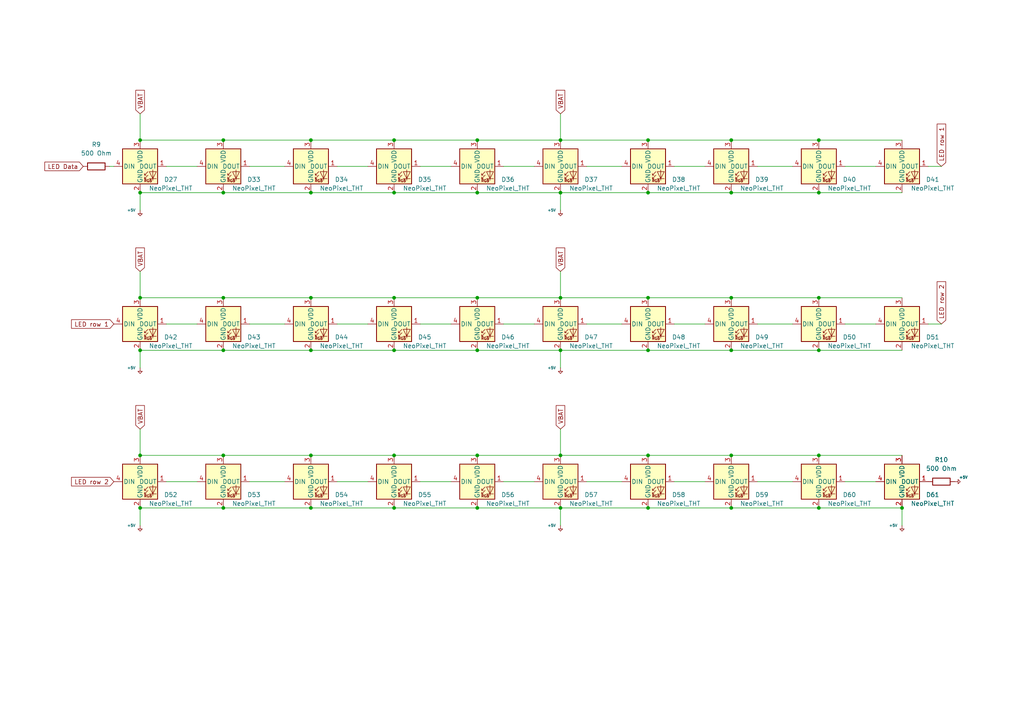
<source format=kicad_sch>
(kicad_sch (version 20230121) (generator eeschema)
  (paper "A4")
  (lib_symbols
    (symbol "Device:R" (pin_numbers hide) (pin_names (offset 0))
      (property "Reference" "R" (at 2.032 0 90))
      (property "Value" "R" (at 0 0 90))
      (symbol "R_0_1"
        (rectangle (start -1.016 -2.54) (end 1.016 2.54) (stroke (width 0.254)))
      )
      (symbol "R_1_1"
        (pin passive line (at 0 3.81 270) (length 1.27) (name "~") (number "1"))
        (pin passive line (at 0 -3.81 90) (length 1.27) (name "~") (number "2"))
      )
    )
    (symbol "LED:NeoPixel_THT" (pin_names (offset 0.254))
      (property "Reference" "D" (at 5.08 5.715 0))
      (property "Value" "NeoPixel_THT" (at 1.27 -5.715 0))
      (symbol "NeoPixel_THT_0_0"
        (text "RGB" (at 2.286 -4.191 0) (effects (font (size 0.762 0.762))))
      )
      (symbol "NeoPixel_THT_0_1"
        (polyline (pts (xy 1.27 -3.556) (xy 1.778 -3.556)))
        (polyline (pts (xy 1.27 -2.54) (xy 1.778 -2.54)))
        (polyline (pts (xy 4.699 -3.556) (xy 2.667 -3.556)))
        (polyline (pts (xy 2.286 -2.54) (xy 1.27 -3.556) (xy 1.27 -3.048)))
        (polyline (pts (xy 2.286 -1.524) (xy 1.27 -2.54) (xy 1.27 -2.032)))
        (polyline (pts (xy 3.683 -1.016) (xy 3.683 -3.556) (xy 3.683 -4.064)))
        (polyline (pts (xy 4.699 -1.524) (xy 2.667 -1.524) (xy 3.683 -3.556) (xy 4.699 -1.524)))
        (rectangle (start 5.08 5.08) (end -5.08 -5.08) (stroke (width 0.254)) (fill (type background)))
      )
      (symbol "NeoPixel_THT_1_1"
        (pin output line (at 7.62 0 180) (length 2.54) (name "DOUT") (number "1"))
        (pin power_in line (at 0 -7.62 90) (length 2.54) (name "GND") (number "2"))
        (pin power_in line (at 0 7.62 270) (length 2.54) (name "VDD") (number "3"))
        (pin input line (at -7.62 0 0) (length 2.54) (name "DIN") (number "4"))
      )
    )
    (symbol "keyboard_parts2:GND" (power) (pin_names (offset 0))
      (property "Value" "GND" (at 0 -2.54 0))
      (symbol "GND_0_0"
        (pin power_in line (at 0 0 90) (length 0) hide (name "+5V") (number "1"))
      )
      (symbol "GND_0_1"
        (polyline (pts (xy 0 -1.651) (xy 0.635 -1.016) (xy -0.635 -1.016) (xy 0 -1.651)))
      )
      (symbol "GND_1_1"
        (polyline (pts (xy 0 0) (xy 0 -1.016) (xy 0 -1.016)))
      )
    )
  )
  (junction (at 40.64 147.32))
  (junction (at 114.3 40.64))
  (junction (at 64.77 40.64))
  (junction (at 64.77 86.36))
  (junction (at 237.49 132.08))
  (junction (at 212.09 147.32))
  (junction (at 40.64 132.08))
  (junction (at 90.17 55.88))
  (junction (at 114.3 132.08))
  (junction (at 64.77 132.08))
  (junction (at 90.17 147.32))
  (junction (at 187.96 40.64))
  (junction (at 237.49 55.88))
  (junction (at 40.64 101.6))
  (junction (at 237.49 101.6))
  (junction (at 162.56 40.64))
  (junction (at 138.43 55.88))
  (junction (at 237.49 40.64))
  (junction (at 114.3 101.6))
  (junction (at 237.49 147.32))
  (junction (at 64.77 55.88))
  (junction (at 162.56 101.6))
  (junction (at 114.3 55.88))
  (junction (at 237.49 86.36))
  (junction (at 212.09 101.6))
  (junction (at 162.56 132.08))
  (junction (at 138.43 86.36))
  (junction (at 138.43 40.64))
  (junction (at 187.96 132.08))
  (junction (at 162.56 55.88))
  (junction (at 90.17 40.64))
  (junction (at 187.96 55.88))
  (junction (at 40.64 40.64))
  (junction (at 261.62 147.32))
  (junction (at 187.96 86.36))
  (junction (at 90.17 132.08))
  (junction (at 162.56 86.36))
  (junction (at 40.64 55.88))
  (junction (at 114.3 86.36))
  (junction (at 138.43 147.32))
  (junction (at 212.09 86.36))
  (junction (at 64.77 101.6))
  (junction (at 162.56 147.32))
  (junction (at 114.3 147.32))
  (junction (at 212.09 55.88))
  (junction (at 64.77 147.32))
  (junction (at 138.43 101.6))
  (junction (at 138.43 132.08))
  (junction (at 40.64 86.36))
  (junction (at 187.96 147.32))
  (junction (at 212.09 132.08))
  (junction (at 212.09 40.64))
  (junction (at 90.17 101.6))
  (junction (at 187.96 101.6))
  (junction (at 90.17 86.36))
  (wire (pts (xy 146.05 139.7) (xy 154.94 139.7)))
  (wire (pts (xy 40.64 147.32) (xy 40.64 152.4)))
  (wire (pts (xy 121.92 93.98) (xy 130.81 93.98)))
  (wire (pts (xy 187.96 132.08) (xy 212.09 132.08)))
  (wire (pts (xy 146.05 48.26) (xy 154.94 48.26)))
  (wire (pts (xy 245.11 93.98) (xy 254 93.98)))
  (wire (pts (xy 97.79 48.26) (xy 106.68 48.26)))
  (wire (pts (xy 162.56 86.36) (xy 187.96 86.36)))
  (wire (pts (xy 187.96 86.36) (xy 212.09 86.36)))
  (wire (pts (xy 138.43 86.36) (xy 162.56 86.36)))
  (wire (pts (xy 40.64 101.6) (xy 64.77 101.6)))
  (wire (pts (xy 187.96 40.64) (xy 212.09 40.64)))
  (wire (pts (xy 195.58 93.98) (xy 204.47 93.98)))
  (wire (pts (xy 269.24 48.26) (xy 273.05 48.26)))
  (wire (pts (xy 138.43 40.64) (xy 162.56 40.64)))
  (wire (pts (xy 40.64 33.02) (xy 40.64 40.64)))
  (wire (pts (xy 48.26 139.7) (xy 57.15 139.7)))
  (wire (pts (xy 162.56 33.02) (xy 162.56 40.64)))
  (wire (pts (xy 64.77 55.88) (xy 90.17 55.88)))
  (wire (pts (xy 40.64 78.74) (xy 40.64 86.36)))
  (wire (pts (xy 162.56 147.32) (xy 187.96 147.32)))
  (wire (pts (xy 237.49 147.32) (xy 261.62 147.32)))
  (wire (pts (xy 138.43 132.08) (xy 162.56 132.08)))
  (wire (pts (xy 121.92 139.7) (xy 130.81 139.7)))
  (wire (pts (xy 162.56 101.6) (xy 187.96 101.6)))
  (wire (pts (xy 90.17 40.64) (xy 114.3 40.64)))
  (wire (pts (xy 212.09 132.08) (xy 237.49 132.08)))
  (wire (pts (xy 90.17 147.32) (xy 114.3 147.32)))
  (wire (pts (xy 40.64 86.36) (xy 64.77 86.36)))
  (wire (pts (xy 269.24 93.98) (xy 273.05 93.98)))
  (wire (pts (xy 72.39 139.7) (xy 82.55 139.7)))
  (wire (pts (xy 90.17 55.88) (xy 114.3 55.88)))
  (wire (pts (xy 97.79 93.98) (xy 106.68 93.98)))
  (wire (pts (xy 162.56 101.6) (xy 162.56 106.68)))
  (wire (pts (xy 162.56 147.32) (xy 162.56 152.4)))
  (wire (pts (xy 40.64 124.46) (xy 40.64 132.08)))
  (wire (pts (xy 40.64 40.64) (xy 64.77 40.64)))
  (wire (pts (xy 40.64 55.88) (xy 64.77 55.88)))
  (wire (pts (xy 31.75 48.26) (xy 33.02 48.26)))
  (wire (pts (xy 162.56 55.88) (xy 187.96 55.88)))
  (wire (pts (xy 212.09 101.6) (xy 237.49 101.6)))
  (wire (pts (xy 40.64 147.32) (xy 64.77 147.32)))
  (wire (pts (xy 212.09 55.88) (xy 237.49 55.88)))
  (wire (pts (xy 48.26 48.26) (xy 57.15 48.26)))
  (wire (pts (xy 237.49 55.88) (xy 261.62 55.88)))
  (wire (pts (xy 64.77 132.08) (xy 90.17 132.08)))
  (wire (pts (xy 138.43 55.88) (xy 162.56 55.88)))
  (wire (pts (xy 121.92 48.26) (xy 130.81 48.26)))
  (wire (pts (xy 40.64 55.88) (xy 40.64 60.96)))
  (wire (pts (xy 90.17 101.6) (xy 114.3 101.6)))
  (wire (pts (xy 170.18 139.7) (xy 180.34 139.7)))
  (wire (pts (xy 114.3 147.32) (xy 138.43 147.32)))
  (wire (pts (xy 72.39 48.26) (xy 82.55 48.26)))
  (wire (pts (xy 138.43 101.6) (xy 162.56 101.6)))
  (wire (pts (xy 48.26 93.98) (xy 57.15 93.98)))
  (wire (pts (xy 219.71 139.7) (xy 229.87 139.7)))
  (wire (pts (xy 162.56 40.64) (xy 187.96 40.64)))
  (wire (pts (xy 187.96 147.32) (xy 212.09 147.32)))
  (wire (pts (xy 64.77 40.64) (xy 90.17 40.64)))
  (wire (pts (xy 146.05 93.98) (xy 154.94 93.98)))
  (wire (pts (xy 162.56 55.88) (xy 162.56 60.96)))
  (wire (pts (xy 64.77 101.6) (xy 90.17 101.6)))
  (wire (pts (xy 40.64 132.08) (xy 64.77 132.08)))
  (wire (pts (xy 212.09 86.36) (xy 237.49 86.36)))
  (wire (pts (xy 219.71 48.26) (xy 229.87 48.26)))
  (wire (pts (xy 72.39 93.98) (xy 82.55 93.98)))
  (wire (pts (xy 261.62 147.32) (xy 261.62 152.4)))
  (wire (pts (xy 114.3 101.6) (xy 138.43 101.6)))
  (wire (pts (xy 245.11 139.7) (xy 254 139.7)))
  (wire (pts (xy 237.49 101.6) (xy 261.62 101.6)))
  (wire (pts (xy 138.43 147.32) (xy 162.56 147.32)))
  (wire (pts (xy 237.49 132.08) (xy 261.62 132.08)))
  (wire (pts (xy 212.09 40.64) (xy 237.49 40.64)))
  (wire (pts (xy 237.49 40.64) (xy 261.62 40.64)))
  (wire (pts (xy 114.3 55.88) (xy 138.43 55.88)))
  (wire (pts (xy 187.96 55.88) (xy 212.09 55.88)))
  (wire (pts (xy 170.18 93.98) (xy 180.34 93.98)))
  (wire (pts (xy 114.3 86.36) (xy 138.43 86.36)))
  (wire (pts (xy 64.77 86.36) (xy 90.17 86.36)))
  (wire (pts (xy 195.58 139.7) (xy 204.47 139.7)))
  (wire (pts (xy 187.96 101.6) (xy 212.09 101.6)))
  (wire (pts (xy 114.3 132.08) (xy 138.43 132.08)))
  (wire (pts (xy 90.17 86.36) (xy 114.3 86.36)))
  (wire (pts (xy 237.49 86.36) (xy 261.62 86.36)))
  (wire (pts (xy 162.56 124.46) (xy 162.56 132.08)))
  (wire (pts (xy 64.77 147.32) (xy 90.17 147.32)))
  (wire (pts (xy 219.71 93.98) (xy 229.87 93.98)))
  (wire (pts (xy 212.09 147.32) (xy 237.49 147.32)))
  (wire (pts (xy 40.64 101.6) (xy 40.64 106.68)))
  (wire (pts (xy 162.56 132.08) (xy 187.96 132.08)))
  (wire (pts (xy 90.17 132.08) (xy 114.3 132.08)))
  (wire (pts (xy 195.58 48.26) (xy 204.47 48.26)))
  (wire (pts (xy 114.3 40.64) (xy 138.43 40.64)))
  (wire (pts (xy 97.79 139.7) (xy 106.68 139.7)))
  (wire (pts (xy 245.11 48.26) (xy 254 48.26)))
  (wire (pts (xy 162.56 78.74) (xy 162.56 86.36)))
  (wire (pts (xy 170.18 48.26) (xy 180.34 48.26)))
  (global_label "VBAT" (shape input) (at 162.56 124.46 90) (property "Intersheetrefs" "${INTERSHEET_REFS}" (effects hide)))
  (global_label "VBAT" (shape input) (at 162.56 33.02 90) (property "Intersheetrefs" "${INTERSHEET_REFS}" (effects hide)))
  (global_label "LED row 2" (shape input) (at 273.05 93.98 90) (property "Intersheetrefs" "${INTERSHEET_REFS}" (effects hide)))
  (global_label "VBAT" (shape input) (at 40.64 124.46 90) (property "Intersheetrefs" "${INTERSHEET_REFS}" (effects hide)))
  (global_label "LED Data" (shape input) (at 24.13 48.26 180) (property "Intersheetrefs" "${INTERSHEET_REFS}" (effects hide)))
  (global_label "LED row 1" (shape input) (at 33.02 93.98 180) (property "Intersheetrefs" "${INTERSHEET_REFS}" (effects hide)))
  (global_label "VBAT" (shape input) (at 40.64 33.02 90) (property "Intersheetrefs" "${INTERSHEET_REFS}" (effects hide)))
  (global_label "VBAT" (shape input) (at 40.64 78.74 90) (property "Intersheetrefs" "${INTERSHEET_REFS}" (effects hide)))
  (global_label "LED row 2" (shape input) (at 33.02 139.7 180) (property "Intersheetrefs" "${INTERSHEET_REFS}" (effects hide)))
  (global_label "LED row 1" (shape input) (at 273.05 48.26 90) (property "Intersheetrefs" "${INTERSHEET_REFS}" (effects hide)))
  (global_label "VBAT" (shape input) (at 162.56 78.74 90) (property "Intersheetrefs" "${INTERSHEET_REFS}" (effects hide)))
  (symbol (lib_id "LED:NeoPixel_THT") (at 212.09 93.98 0) (unit 1)
    (property "Reference" "D49" (at 220.98 97.79 0))
    (property "Value" "NeoPixel_THT" (at 220.98 100.33 0))
    (property "Datasheet" "https://www.adafruit.com/product/1938" (effects hide))
  )
  (symbol (lib_id "LED:NeoPixel_THT") (at 64.77 48.26 0) (unit 1)
    (property "Reference" "D33" (at 73.66 52.07 0))
    (property "Value" "NeoPixel_THT" (at 73.66 54.61 0))
    (property "Datasheet" "https://www.adafruit.com/product/1938" (effects hide))
  )
  (symbol (lib_id "LED:NeoPixel_THT") (at 40.64 93.98 0) (unit 1)
    (property "Reference" "D42" (at 49.53 97.79 0))
    (property "Value" "NeoPixel_THT" (at 49.53 100.33 0))
    (property "Datasheet" "https://www.adafruit.com/product/1938" (effects hide))
  )
  (symbol (lib_id "LED:NeoPixel_THT") (at 64.77 139.7 0) (unit 1)
    (property "Reference" "D53" (at 73.66 143.51 0))
    (property "Value" "NeoPixel_THT" (at 73.66 146.05 0))
    (property "Datasheet" "https://www.adafruit.com/product/1938" (effects hide))
  )
  (symbol (lib_id "keyboard_parts2:GND") (at 162.56 152.4 0) (unit 1)
    (property "Reference" "#PWR015" (effects hide))
    (property "Value" "GND" (at 160.02 152.4 0) (effects (font (size 0.762 0.762))))
  )
  (symbol (lib_id "LED:NeoPixel_THT") (at 114.3 93.98 0) (unit 1)
    (property "Reference" "D45" (at 123.19 97.79 0))
    (property "Value" "NeoPixel_THT" (at 123.19 100.33 0))
    (property "Datasheet" "https://www.adafruit.com/product/1938" (effects hide))
  )
  (symbol (lib_id "keyboard_parts2:GND") (at 40.64 152.4 0) (unit 1)
    (property "Reference" "#PWR014" (effects hide))
    (property "Value" "GND" (at 38.1 152.4 0) (effects (font (size 0.762 0.762))))
  )
  (symbol (lib_id "keyboard_parts2:GND") (at 261.62 152.4 0) (unit 1)
    (property "Reference" "#PWR017" (effects hide))
    (property "Value" "GND" (at 259.08 152.4 0) (effects (font (size 0.762 0.762))))
  )
  (symbol (lib_id "LED:NeoPixel_THT") (at 138.43 139.7 0) (unit 1)
    (property "Reference" "D56" (at 147.32 143.51 0))
    (property "Value" "NeoPixel_THT" (at 147.32 146.05 0))
    (property "Datasheet" "https://www.adafruit.com/product/1938" (effects hide))
  )
  (symbol (lib_id "keyboard_parts2:GND") (at 40.64 60.96 0) (unit 1)
    (property "Reference" "#PWR07" (effects hide))
    (property "Value" "GND" (at 38.1 60.96 0) (effects (font (size 0.762 0.762))))
  )
  (symbol (lib_id "LED:NeoPixel_THT") (at 114.3 139.7 0) (unit 1)
    (property "Reference" "D55" (at 123.19 143.51 0))
    (property "Value" "NeoPixel_THT" (at 123.19 146.05 0))
    (property "Datasheet" "https://www.adafruit.com/product/1938" (effects hide))
  )
  (symbol (lib_id "Device:R") (at 27.94 48.26 90) (unit 1)
    (property "Reference" "R9" (at 27.94 41.91 90))
    (property "Value" "500 Ohm" (at 27.94 44.45 90))
  )
  (symbol (lib_id "LED:NeoPixel_THT") (at 187.96 139.7 0) (unit 1)
    (property "Reference" "D58" (at 196.85 143.51 0))
    (property "Value" "NeoPixel_THT" (at 196.85 146.05 0))
    (property "Datasheet" "https://www.adafruit.com/product/1938" (effects hide))
  )
  (symbol (lib_id "LED:NeoPixel_THT") (at 114.3 48.26 0) (unit 1)
    (property "Reference" "D35" (at 123.19 52.07 0))
    (property "Value" "NeoPixel_THT" (at 123.19 54.61 0))
    (property "Datasheet" "https://www.adafruit.com/product/1938" (effects hide))
  )
  (symbol (lib_id "LED:NeoPixel_THT") (at 40.64 48.26 0) (unit 1)
    (property "Reference" "D27" (at 49.53 52.07 0))
    (property "Value" "NeoPixel_THT" (at 49.53 54.61 0))
    (property "Datasheet" "https://www.adafruit.com/product/1938" (effects hide))
  )
  (symbol (lib_id "LED:NeoPixel_THT") (at 64.77 93.98 0) (unit 1)
    (property "Reference" "D43" (at 73.66 97.79 0))
    (property "Value" "NeoPixel_THT" (at 73.66 100.33 0))
    (property "Datasheet" "https://www.adafruit.com/product/1938" (effects hide))
  )
  (symbol (lib_id "LED:NeoPixel_THT") (at 187.96 93.98 0) (unit 1)
    (property "Reference" "D48" (at 196.85 97.79 0))
    (property "Value" "NeoPixel_THT" (at 196.85 100.33 0))
    (property "Datasheet" "https://www.adafruit.com/product/1938" (effects hide))
  )
  (symbol (lib_id "keyboard_parts2:GND") (at 162.56 106.68 0) (unit 1)
    (property "Reference" "#PWR013" (effects hide))
    (property "Value" "GND" (at 160.02 106.68 0) (effects (font (size 0.762 0.762))))
  )
  (symbol (lib_id "LED:NeoPixel_THT") (at 138.43 48.26 0) (unit 1)
    (property "Reference" "D36" (at 147.32 52.07 0))
    (property "Value" "NeoPixel_THT" (at 147.32 54.61 0))
    (property "Datasheet" "https://www.adafruit.com/product/1938" (effects hide))
  )
  (symbol (lib_id "keyboard_parts2:GND") (at 162.56 60.96 0) (unit 1)
    (property "Reference" "#PWR08" (effects hide))
    (property "Value" "GND" (at 160.02 60.96 0) (effects (font (size 0.762 0.762))))
  )
  (symbol (lib_id "LED:NeoPixel_THT") (at 162.56 48.26 0) (unit 1)
    (property "Reference" "D37" (at 171.45 52.07 0))
    (property "Value" "NeoPixel_THT" (at 171.45 54.61 0))
    (property "Datasheet" "https://www.adafruit.com/product/1938" (effects hide))
  )
  (symbol (lib_id "LED:NeoPixel_THT") (at 162.56 93.98 0) (unit 1)
    (property "Reference" "D47" (at 171.45 97.79 0))
    (property "Value" "NeoPixel_THT" (at 171.45 100.33 0))
    (property "Datasheet" "https://www.adafruit.com/product/1938" (effects hide))
  )
  (symbol (lib_id "Device:R") (at 273.05 139.7 90) (unit 1)
    (property "Reference" "R10" (at 273.05 133.35 90))
    (property "Value" "500 Ohm" (at 273.05 135.89 90))
  )
  (symbol (lib_id "LED:NeoPixel_THT") (at 261.62 93.98 0) (unit 1)
    (property "Reference" "D51" (at 270.51 97.79 0))
    (property "Value" "NeoPixel_THT" (at 270.51 100.33 0))
    (property "Datasheet" "https://www.adafruit.com/product/1938" (effects hide))
  )
  (symbol (lib_id "LED:NeoPixel_THT") (at 212.09 139.7 0) (unit 1)
    (property "Reference" "D59" (at 220.98 143.51 0))
    (property "Value" "NeoPixel_THT" (at 220.98 146.05 0))
    (property "Datasheet" "https://www.adafruit.com/product/1938" (effects hide))
  )
  (symbol (lib_id "LED:NeoPixel_THT") (at 90.17 48.26 0) (unit 1)
    (property "Reference" "D34" (at 99.06 52.07 0))
    (property "Value" "NeoPixel_THT" (at 99.06 54.61 0))
    (property "Datasheet" "https://www.adafruit.com/product/1938" (effects hide))
  )
  (symbol (lib_id "LED:NeoPixel_THT") (at 237.49 48.26 0) (unit 1)
    (property "Reference" "D40" (at 246.38 52.07 0))
    (property "Value" "NeoPixel_THT" (at 246.38 54.61 0))
    (property "Datasheet" "https://www.adafruit.com/product/1938" (effects hide))
  )
  (symbol (lib_id "keyboard_parts2:GND") (at 40.64 106.68 0) (unit 1)
    (property "Reference" "#PWR012" (effects hide))
    (property "Value" "GND" (at 38.1 106.68 0) (effects (font (size 0.762 0.762))))
  )
  (symbol (lib_id "LED:NeoPixel_THT") (at 187.96 48.26 0) (unit 1)
    (property "Reference" "D38" (at 196.85 52.07 0))
    (property "Value" "NeoPixel_THT" (at 196.85 54.61 0))
    (property "Datasheet" "https://www.adafruit.com/product/1938" (effects hide))
  )
  (symbol (lib_id "LED:NeoPixel_THT") (at 40.64 139.7 0) (unit 1)
    (property "Reference" "D52" (at 49.53 143.51 0))
    (property "Value" "NeoPixel_THT" (at 49.53 146.05 0))
    (property "Datasheet" "https://www.adafruit.com/product/1938" (effects hide))
  )
  (symbol (lib_id "LED:NeoPixel_THT") (at 162.56 139.7 0) (unit 1)
    (property "Reference" "D57" (at 171.45 143.51 0))
    (property "Value" "NeoPixel_THT" (at 171.45 146.05 0))
    (property "Datasheet" "https://www.adafruit.com/product/1938" (effects hide))
  )
  (symbol (lib_id "LED:NeoPixel_THT") (at 90.17 93.98 0) (unit 1)
    (property "Reference" "D44" (at 99.06 97.79 0))
    (property "Value" "NeoPixel_THT" (at 99.06 100.33 0))
    (property "Datasheet" "https://www.adafruit.com/product/1938" (effects hide))
  )
  (symbol (lib_id "LED:NeoPixel_THT") (at 237.49 139.7 0) (unit 1)
    (property "Reference" "D60" (at 246.38 143.51 0))
    (property "Value" "NeoPixel_THT" (at 246.38 146.05 0))
    (property "Datasheet" "https://www.adafruit.com/product/1938" (effects hide))
  )
  (symbol (lib_id "LED:NeoPixel_THT") (at 90.17 139.7 0) (unit 1)
    (property "Reference" "D54" (at 99.06 143.51 0))
    (property "Value" "NeoPixel_THT" (at 99.06 146.05 0))
    (property "Datasheet" "https://www.adafruit.com/product/1938" (effects hide))
  )
  (symbol (lib_id "LED:NeoPixel_THT") (at 237.49 93.98 0) (unit 1)
    (property "Reference" "D50" (at 246.38 97.79 0))
    (property "Value" "NeoPixel_THT" (at 246.38 100.33 0))
    (property "Datasheet" "https://www.adafruit.com/product/1938" (effects hide))
  )
  (symbol (lib_id "keyboard_parts2:GND") (at 276.86 139.7 90) (unit 1)
    (property "Reference" "#PWR016" (effects hide))
    (property "Value" "GND" (at 280.67 138.43 90) (effects (font (size 0.762 0.762)) (justify left)))
  )
  (symbol (lib_id "LED:NeoPixel_THT") (at 138.43 93.98 0) (unit 1)
    (property "Reference" "D46" (at 147.32 97.79 0))
    (property "Value" "NeoPixel_THT" (at 147.32 100.33 0))
    (property "Datasheet" "https://www.adafruit.com/product/1938" (effects hide))
  )
  (symbol (lib_id "LED:NeoPixel_THT") (at 261.62 48.26 0) (unit 1)
    (property "Reference" "D41" (at 270.51 52.07 0))
    (property "Value" "NeoPixel_THT" (at 270.51 54.61 0))
    (property "Datasheet" "https://www.adafruit.com/product/1938" (effects hide))
  )
  (symbol (lib_id "LED:NeoPixel_THT") (at 261.62 139.7 0) (unit 1)
    (property "Reference" "D61" (at 270.51 143.51 0))
    (property "Value" "NeoPixel_THT" (at 270.51 146.05 0))
    (property "Datasheet" "https://www.adafruit.com/product/1938" (effects hide))
  )
  (symbol (lib_id "LED:NeoPixel_THT") (at 212.09 48.26 0) (unit 1)
    (property "Reference" "D39" (at 220.98 52.07 0))
    (property "Value" "NeoPixel_THT" (at 220.98 54.61 0))
    (property "Datasheet" "https://www.adafruit.com/product/1938" (effects hide))
  )
)
</source>
